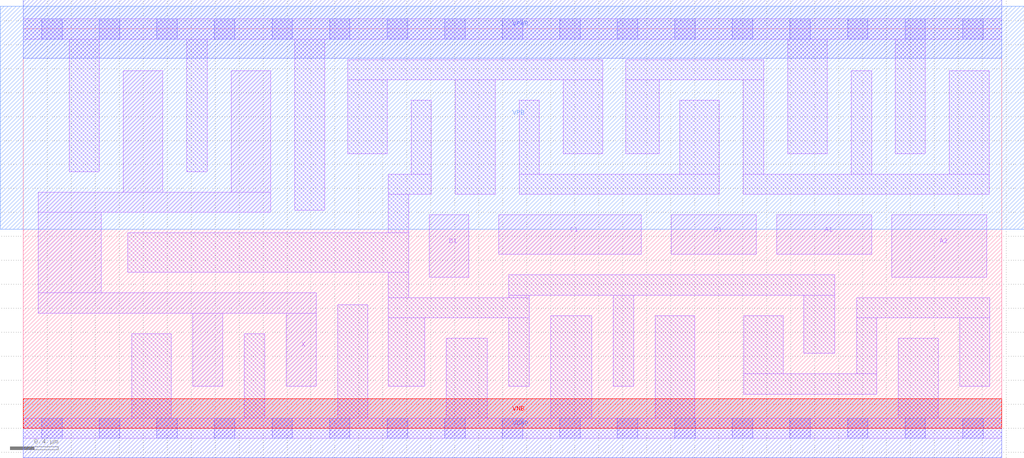
<source format=lef>
# Copyright 2020 The SkyWater PDK Authors
#
# Licensed under the Apache License, Version 2.0 (the "License");
# you may not use this file except in compliance with the License.
# You may obtain a copy of the License at
#
#     https://www.apache.org/licenses/LICENSE-2.0
#
# Unless required by applicable law or agreed to in writing, software
# distributed under the License is distributed on an "AS IS" BASIS,
# WITHOUT WARRANTIES OR CONDITIONS OF ANY KIND, either express or implied.
# See the License for the specific language governing permissions and
# limitations under the License.
#
# SPDX-License-Identifier: Apache-2.0

VERSION 5.7 ;
  NOWIREEXTENSIONATPIN ON ;
  DIVIDERCHAR "/" ;
  BUSBITCHARS "[]" ;
MACRO sky130_fd_sc_ms__a2111o_4
  CLASS CORE ;
  FOREIGN sky130_fd_sc_ms__a2111o_4 ;
  ORIGIN  0.000000  0.000000 ;
  SIZE  8.160000 BY  3.330000 ;
  SYMMETRY X Y ;
  SITE unit ;
  PIN A1
    ANTENNAGATEAREA  0.552000 ;
    DIRECTION INPUT ;
    USE SIGNAL ;
    PORT
      LAYER li1 ;
        RECT 6.285000 1.450000 7.075000 1.780000 ;
    END
  END A1
  PIN A2
    ANTENNAGATEAREA  0.552000 ;
    DIRECTION INPUT ;
    USE SIGNAL ;
    PORT
      LAYER li1 ;
        RECT 7.245000 1.260000 8.035000 1.780000 ;
    END
  END A2
  PIN B1
    ANTENNAGATEAREA  0.552000 ;
    DIRECTION INPUT ;
    USE SIGNAL ;
    PORT
      LAYER li1 ;
        RECT 5.405000 1.450000 6.115000 1.780000 ;
    END
  END B1
  PIN C1
    ANTENNAGATEAREA  0.552000 ;
    DIRECTION INPUT ;
    USE SIGNAL ;
    PORT
      LAYER li1 ;
        RECT 3.965000 1.450000 5.155000 1.780000 ;
    END
  END C1
  PIN D1
    ANTENNAGATEAREA  0.552000 ;
    DIRECTION INPUT ;
    USE SIGNAL ;
    PORT
      LAYER li1 ;
        RECT 3.385000 1.260000 3.715000 1.780000 ;
    END
  END D1
  PIN X
    ANTENNADIFFAREA  1.019200 ;
    DIRECTION OUTPUT ;
    USE SIGNAL ;
    PORT
      LAYER li1 ;
        RECT 0.125000 0.960000 2.445000 1.130000 ;
        RECT 0.125000 1.130000 0.650000 1.800000 ;
        RECT 0.125000 1.800000 2.065000 1.970000 ;
        RECT 0.835000 1.970000 1.165000 2.980000 ;
        RECT 1.415000 0.350000 1.665000 0.960000 ;
        RECT 1.735000 1.970000 2.065000 2.980000 ;
        RECT 2.195000 0.350000 2.445000 0.960000 ;
    END
  END X
  PIN VGND
    DIRECTION INOUT ;
    USE GROUND ;
    PORT
      LAYER met1 ;
        RECT 0.000000 -0.245000 8.160000 0.245000 ;
    END
  END VGND
  PIN VNB
    DIRECTION INOUT ;
    USE GROUND ;
    PORT
      LAYER pwell ;
        RECT 0.000000 0.000000 8.160000 0.245000 ;
    END
  END VNB
  PIN VPB
    DIRECTION INOUT ;
    USE POWER ;
    PORT
      LAYER nwell ;
        RECT -0.190000 1.660000 8.350000 3.520000 ;
    END
  END VPB
  PIN VPWR
    DIRECTION INOUT ;
    USE POWER ;
    PORT
      LAYER met1 ;
        RECT 0.000000 3.085000 8.160000 3.575000 ;
    END
  END VPWR
  OBS
    LAYER li1 ;
      RECT 0.000000 -0.085000 8.160000 0.085000 ;
      RECT 0.000000  3.245000 8.160000 3.415000 ;
      RECT 0.385000  2.140000 0.635000 3.245000 ;
      RECT 0.870000  1.300000 3.215000 1.630000 ;
      RECT 0.905000  0.085000 1.235000 0.790000 ;
      RECT 1.365000  2.140000 1.535000 3.245000 ;
      RECT 1.845000  0.085000 2.015000 0.790000 ;
      RECT 2.265000  1.820000 2.515000 3.245000 ;
      RECT 2.625000  0.085000 2.875000 1.030000 ;
      RECT 2.705000  2.290000 3.035000 2.905000 ;
      RECT 2.705000  2.905000 4.835000 3.075000 ;
      RECT 3.045000  0.350000 3.350000 0.920000 ;
      RECT 3.045000  0.920000 4.220000 1.090000 ;
      RECT 3.045000  1.090000 3.215000 1.300000 ;
      RECT 3.045000  1.630000 3.215000 1.950000 ;
      RECT 3.045000  1.950000 3.405000 2.120000 ;
      RECT 3.235000  2.120000 3.405000 2.735000 ;
      RECT 3.530000  0.085000 3.870000 0.750000 ;
      RECT 3.605000  1.950000 3.935000 2.905000 ;
      RECT 4.050000  0.350000 4.220000 0.920000 ;
      RECT 4.050000  1.090000 4.220000 1.110000 ;
      RECT 4.050000  1.110000 6.770000 1.280000 ;
      RECT 4.135000  1.950000 5.805000 2.120000 ;
      RECT 4.135000  2.120000 4.305000 2.735000 ;
      RECT 4.400000  0.085000 4.740000 0.940000 ;
      RECT 4.505000  2.290000 4.835000 2.905000 ;
      RECT 4.920000  0.350000 5.090000 1.110000 ;
      RECT 5.025000  2.290000 5.305000 2.905000 ;
      RECT 5.025000  2.905000 6.175000 3.075000 ;
      RECT 5.270000  0.085000 5.600000 0.940000 ;
      RECT 5.475000  2.120000 5.805000 2.735000 ;
      RECT 6.005000  1.950000 8.055000 2.120000 ;
      RECT 6.005000  2.120000 6.175000 2.905000 ;
      RECT 6.010000  0.285000 7.120000 0.455000 ;
      RECT 6.010000  0.455000 6.340000 0.940000 ;
      RECT 6.375000  2.290000 6.705000 3.245000 ;
      RECT 6.510000  0.625000 6.770000 1.110000 ;
      RECT 6.905000  2.120000 7.075000 2.980000 ;
      RECT 6.950000  0.455000 7.120000 0.920000 ;
      RECT 6.950000  0.920000 8.060000 1.090000 ;
      RECT 7.275000  2.290000 7.525000 3.245000 ;
      RECT 7.300000  0.085000 7.630000 0.750000 ;
      RECT 7.725000  2.120000 8.055000 2.980000 ;
      RECT 7.810000  0.350000 8.060000 0.920000 ;
    LAYER mcon ;
      RECT 0.155000 -0.085000 0.325000 0.085000 ;
      RECT 0.155000  3.245000 0.325000 3.415000 ;
      RECT 0.635000 -0.085000 0.805000 0.085000 ;
      RECT 0.635000  3.245000 0.805000 3.415000 ;
      RECT 1.115000 -0.085000 1.285000 0.085000 ;
      RECT 1.115000  3.245000 1.285000 3.415000 ;
      RECT 1.595000 -0.085000 1.765000 0.085000 ;
      RECT 1.595000  3.245000 1.765000 3.415000 ;
      RECT 2.075000 -0.085000 2.245000 0.085000 ;
      RECT 2.075000  3.245000 2.245000 3.415000 ;
      RECT 2.555000 -0.085000 2.725000 0.085000 ;
      RECT 2.555000  3.245000 2.725000 3.415000 ;
      RECT 3.035000 -0.085000 3.205000 0.085000 ;
      RECT 3.035000  3.245000 3.205000 3.415000 ;
      RECT 3.515000 -0.085000 3.685000 0.085000 ;
      RECT 3.515000  3.245000 3.685000 3.415000 ;
      RECT 3.995000 -0.085000 4.165000 0.085000 ;
      RECT 3.995000  3.245000 4.165000 3.415000 ;
      RECT 4.475000 -0.085000 4.645000 0.085000 ;
      RECT 4.475000  3.245000 4.645000 3.415000 ;
      RECT 4.955000 -0.085000 5.125000 0.085000 ;
      RECT 4.955000  3.245000 5.125000 3.415000 ;
      RECT 5.435000 -0.085000 5.605000 0.085000 ;
      RECT 5.435000  3.245000 5.605000 3.415000 ;
      RECT 5.915000 -0.085000 6.085000 0.085000 ;
      RECT 5.915000  3.245000 6.085000 3.415000 ;
      RECT 6.395000 -0.085000 6.565000 0.085000 ;
      RECT 6.395000  3.245000 6.565000 3.415000 ;
      RECT 6.875000 -0.085000 7.045000 0.085000 ;
      RECT 6.875000  3.245000 7.045000 3.415000 ;
      RECT 7.355000 -0.085000 7.525000 0.085000 ;
      RECT 7.355000  3.245000 7.525000 3.415000 ;
      RECT 7.835000 -0.085000 8.005000 0.085000 ;
      RECT 7.835000  3.245000 8.005000 3.415000 ;
  END
END sky130_fd_sc_ms__a2111o_4
END LIBRARY

</source>
